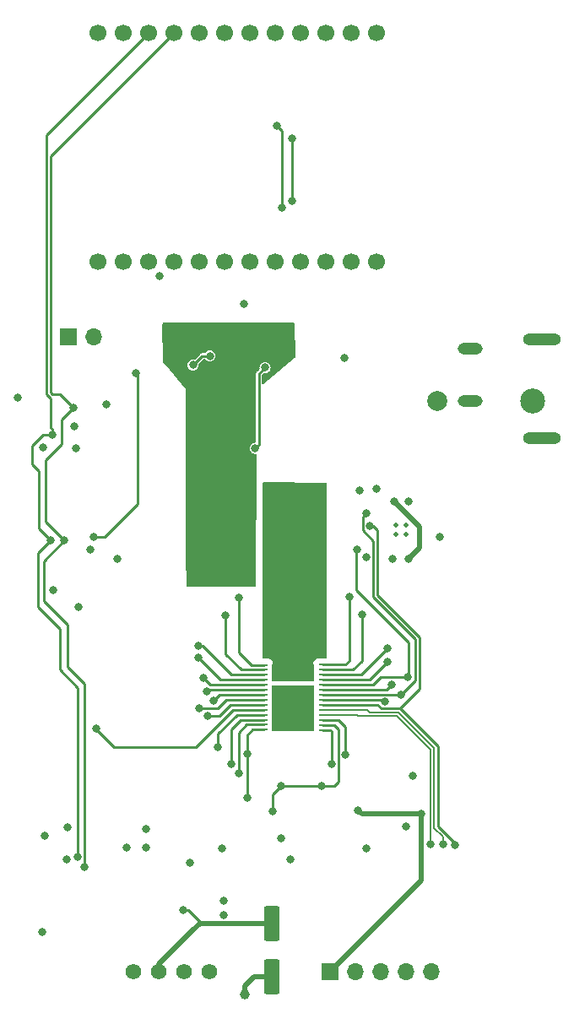
<source format=gbr>
%TF.GenerationSoftware,KiCad,Pcbnew,7.0.1*%
%TF.CreationDate,2023-10-06T09:11:46+02:00*%
%TF.ProjectId,NerdAxe_ultra,4e657264-4178-4655-9f75-6c7472612e6b,rev?*%
%TF.SameCoordinates,Original*%
%TF.FileFunction,Copper,L4,Bot*%
%TF.FilePolarity,Positive*%
%FSLAX46Y46*%
G04 Gerber Fmt 4.6, Leading zero omitted, Abs format (unit mm)*
G04 Created by KiCad (PCBNEW 7.0.1) date 2023-10-06 09:11:46*
%MOMM*%
%LPD*%
G01*
G04 APERTURE LIST*
G04 Aperture macros list*
%AMRoundRect*
0 Rectangle with rounded corners*
0 $1 Rounding radius*
0 $2 $3 $4 $5 $6 $7 $8 $9 X,Y pos of 4 corners*
0 Add a 4 corners polygon primitive as box body*
4,1,4,$2,$3,$4,$5,$6,$7,$8,$9,$2,$3,0*
0 Add four circle primitives for the rounded corners*
1,1,$1+$1,$2,$3*
1,1,$1+$1,$4,$5*
1,1,$1+$1,$6,$7*
1,1,$1+$1,$8,$9*
0 Add four rect primitives between the rounded corners*
20,1,$1+$1,$2,$3,$4,$5,0*
20,1,$1+$1,$4,$5,$6,$7,0*
20,1,$1+$1,$6,$7,$8,$9,0*
20,1,$1+$1,$8,$9,$2,$3,0*%
G04 Aperture macros list end*
%TA.AperFunction,ComponentPad*%
%ADD10C,0.500000*%
%TD*%
%TA.AperFunction,ComponentPad*%
%ADD11C,0.400000*%
%TD*%
%TA.AperFunction,ComponentPad*%
%ADD12C,1.574800*%
%TD*%
%TA.AperFunction,ComponentPad*%
%ADD13R,1.700000X1.700000*%
%TD*%
%TA.AperFunction,ComponentPad*%
%ADD14O,1.700000X1.700000*%
%TD*%
%TA.AperFunction,ComponentPad*%
%ADD15C,1.700000*%
%TD*%
%TA.AperFunction,ComponentPad*%
%ADD16C,2.500000*%
%TD*%
%TA.AperFunction,ComponentPad*%
%ADD17O,3.800000X1.200000*%
%TD*%
%TA.AperFunction,ComponentPad*%
%ADD18O,2.500000X1.200000*%
%TD*%
%TA.AperFunction,ComponentPad*%
%ADD19C,2.000000*%
%TD*%
%TA.AperFunction,SMDPad,CuDef*%
%ADD20R,0.792000X0.221000*%
%TD*%
%TA.AperFunction,SMDPad,CuDef*%
%ADD21R,4.277000X1.810000*%
%TD*%
%TA.AperFunction,SMDPad,CuDef*%
%ADD22R,4.277000X4.530000*%
%TD*%
%TA.AperFunction,SMDPad,CuDef*%
%ADD23RoundRect,0.250000X-0.550000X1.500000X-0.550000X-1.500000X0.550000X-1.500000X0.550000X1.500000X0*%
%TD*%
%TA.AperFunction,ViaPad*%
%ADD24C,0.800000*%
%TD*%
%TA.AperFunction,ViaPad*%
%ADD25C,1.000000*%
%TD*%
%TA.AperFunction,ViaPad*%
%ADD26C,1.200000*%
%TD*%
%TA.AperFunction,Conductor*%
%ADD27C,0.508000*%
%TD*%
%TA.AperFunction,Conductor*%
%ADD28C,0.254000*%
%TD*%
%TA.AperFunction,Conductor*%
%ADD29C,0.200000*%
%TD*%
G04 APERTURE END LIST*
D10*
%TO.P,U2,16,GND*%
%TO.N,GND*%
X116922000Y-98765000D03*
%TO.P,U2,17,GND*%
X116922000Y-99765000D03*
%TO.P,U2,18,GND*%
X115922000Y-99765000D03*
%TO.P,U2,19,GND*%
X115922000Y-98765000D03*
%TD*%
D11*
%TO.P,U9,11,GND*%
%TO.N,GND*%
X98446291Y-78725000D03*
X99396291Y-79300000D03*
X97496291Y-79300000D03*
X98446291Y-79875000D03*
%TD*%
D12*
%TO.P,J4,1,Pin_1*%
%TO.N,GND*%
X89621000Y-143622000D03*
%TO.P,J4,2,Pin_2*%
%TO.N,/5V*%
X92161000Y-143622000D03*
%TO.P,J4,3,Pin_3*%
%TO.N,/Fan/FAN_TACH*%
X94701000Y-143622000D03*
%TO.P,J4,4,Pin_4*%
%TO.N,/Fan/FAN_PWM*%
X97241000Y-143622000D03*
%TD*%
D13*
%TO.P,J7,1,Pin_1*%
%TO.N,/VIN*%
X83099400Y-79900000D03*
D14*
%TO.P,J7,2,Pin_2*%
%TO.N,/5V*%
X85639400Y-79900000D03*
%TD*%
D13*
%TO.P,J3,1,Pin_1*%
%TO.N,/BM1366/1V8*%
X109350000Y-143580000D03*
D14*
%TO.P,J3,2,Pin_2*%
%TO.N,/BM1366/CI*%
X111890000Y-143580000D03*
%TO.P,J3,3,Pin_3*%
%TO.N,/BM1366/RO*%
X114430000Y-143580000D03*
%TO.P,J3,4,Pin_4*%
%TO.N,/BM1366/RST_N*%
X116970000Y-143580000D03*
%TO.P,J3,5,Pin_5*%
%TO.N,GND*%
X119510000Y-143580000D03*
%TD*%
D15*
%TO.P,U3,1,3V*%
%TO.N,/3V3*%
X86060000Y-72360000D03*
%TO.P,U3,2,GPIO1*%
%TO.N,/RST*%
X88600000Y-72360000D03*
%TO.P,U3,3,GPIO2*%
%TO.N,/VDD*%
X91140000Y-72360000D03*
%TO.P,U3,4,GPIO3*%
%TO.N,unconnected-(U3-GPIO3-Pad4)*%
X93680000Y-72360000D03*
%TO.P,U3,5,GPIO10*%
%TO.N,unconnected-(U3-GPIO10-Pad5)*%
X96220000Y-72360000D03*
%TO.P,U3,6,GPIO11*%
%TO.N,/Power/PGOOD*%
X98760000Y-72360000D03*
%TO.P,U3,7,GPIO12*%
%TO.N,unconnected-(U3-GPIO12-Pad7)*%
X101300000Y-72360000D03*
%TO.P,U3,8,GPIO13*%
%TO.N,unconnected-(U3-GPIO13-Pad8)*%
X103840000Y-72360000D03*
%TO.P,U3,9,NC*%
%TO.N,unconnected-(U3-NC-Pad9)*%
X106380000Y-72360000D03*
%TO.P,U3,10,NC*%
%TO.N,unconnected-(U3-NC-Pad10)*%
X108920000Y-72360000D03*
%TO.P,U3,11,GND*%
%TO.N,GND*%
X111460000Y-72360000D03*
%TO.P,U3,12,5V*%
%TO.N,/5V*%
X114000000Y-72360000D03*
%TO.P,U3,13,3V*%
%TO.N,/3V3*%
X114000000Y-49440000D03*
%TO.P,U3,14,GND*%
%TO.N,GND*%
X111460000Y-49440000D03*
%TO.P,U3,15,GND*%
X108920000Y-49440000D03*
%TO.P,U3,16,NC*%
%TO.N,unconnected-(U3-NC-Pad16)*%
X106380000Y-49440000D03*
%TO.P,U3,17,GPIO16*%
%TO.N,unconnected-(U3-GPIO16-Pad17)*%
X103840000Y-49440000D03*
%TO.P,U3,18,GPIO21*%
%TO.N,unconnected-(U3-GPIO21-Pad18)*%
X101300000Y-49440000D03*
%TO.P,U3,19,GPIO17*%
%TO.N,/TX*%
X98760000Y-49440000D03*
%TO.P,U3,20,GPIO18*%
%TO.N,/RX*%
X96220000Y-49440000D03*
%TO.P,U3,21,GPIO44*%
%TO.N,/SDA*%
X93680000Y-49440000D03*
%TO.P,U3,22,GPIO43*%
%TO.N,/SCL*%
X91140000Y-49440000D03*
%TO.P,U3,23,GND*%
%TO.N,GND*%
X88600000Y-49440000D03*
%TO.P,U3,24,GND*%
X86060000Y-49440000D03*
%TD*%
D16*
%TO.P,DC1,*%
%TO.N,*%
X129609000Y-86336000D03*
D17*
%TO.P,DC1,1*%
%TO.N,GND*%
X130569000Y-80206000D03*
D18*
%TO.P,DC1,2*%
X123359000Y-81136000D03*
%TO.P,DC1,3*%
X123359000Y-86336000D03*
D19*
%TO.P,DC1,4*%
%TO.N,/VIN*%
X120109000Y-86336000D03*
D17*
%TO.P,DC1,6*%
%TO.N,GND*%
X130569000Y-90066000D03*
%TD*%
D20*
%TO.P,U14,1,VDD1_0*%
%TO.N,/BM1366/VDD1_0*%
X108528000Y-112805000D03*
%TO.P,U14,2,VDD2_0*%
%TO.N,/BM1366/VDD2_0*%
X108528000Y-113307000D03*
%TO.P,U14,3,VDD3_0*%
%TO.N,/BM1366/VDD3_0*%
X108528000Y-113809000D03*
%TO.P,U14,4,VDD4_0*%
%TO.N,/BM1366/VDD4_0*%
X108528000Y-114311000D03*
%TO.P,U14,5,NRSTI*%
%TO.N,/BM1366/RST_N*%
X108528000Y-114813000D03*
%TO.P,U14,6,BI*%
%TO.N,/BM1366/BI*%
X108528000Y-115315000D03*
%TO.P,U14,7,RO*%
%TO.N,/BM1366/RO*%
X108528000Y-115817000D03*
%TO.P,U14,8,CLKI*%
%TO.N,/BM1366/CLKI*%
X108528000Y-116319000D03*
%TO.P,U14,9,CI*%
%TO.N,/BM1366/CI*%
X108528000Y-116821000D03*
%TO.P,U14,10,TEMP_P*%
%TO.N,/TEMP_P*%
X108528000Y-117323000D03*
%TO.P,U14,11,TEMP_N*%
%TO.N,/TEMP_N*%
X108528000Y-117825000D03*
%TO.P,U14,12,MODEO*%
%TO.N,/BM1366/MODE_OUT*%
X108528000Y-118327000D03*
%TO.P,U14,13,VDDIO_08_0*%
%TO.N,/BM1366/0V8*%
X108528000Y-118829000D03*
%TO.P,U14,14,VDDIO_18_0*%
%TO.N,/BM1366/1V8*%
X108528000Y-119331000D03*
%TO.P,U14,15,VDDIO_18_1*%
X102696000Y-119318000D03*
%TO.P,U14,16,VDDIO_08_1*%
%TO.N,/BM1366/0V8*%
X102696000Y-118818000D03*
%TO.P,U14,17,MODE_1*%
%TO.N,/BM1366/MODE_1*%
X102696000Y-118318000D03*
%TO.P,U14,18,MODE_0*%
%TO.N,/BM1366/MODE_0*%
X102696000Y-117818000D03*
%TO.P,U14,19,NC*%
%TO.N,/BM1366/NC*%
X102696000Y-117318000D03*
%TO.P,U14,20,CO*%
%TO.N,/BM1366/CO*%
X102696000Y-116821000D03*
%TO.P,U14,21,CLKO*%
%TO.N,/BM1366/CLKO*%
X102696000Y-116318000D03*
%TO.P,U14,22,RI*%
%TO.N,/BM1366/RI*%
X102696000Y-115817000D03*
%TO.P,U14,23,BO*%
%TO.N,/BM1366/BO*%
X102696000Y-115315000D03*
%TO.P,U14,24,NRSTO*%
%TO.N,/BM1366/NRSTO*%
X102696000Y-114813000D03*
%TO.P,U14,25,VDD4_0*%
%TO.N,/BM1366/VDD4_1*%
X102696000Y-114311000D03*
%TO.P,U14,26,VDD3_1*%
%TO.N,/BM1366/VDD3_1*%
X102696000Y-113818000D03*
%TO.P,U14,27,VDD2_1*%
%TO.N,/BM1366/VDD2_1*%
X102696000Y-113307000D03*
%TO.P,U14,28,VDD1_1*%
%TO.N,/BM1366/VDD1_1*%
X102696000Y-112818000D03*
D21*
%TO.P,U14,29,VDD*%
%TO.N,/VDD*%
X105612000Y-113600000D03*
D22*
%TO.P,U14,30,GND*%
%TO.N,GND*%
X105612000Y-117176000D03*
%TD*%
D23*
%TO.P,C28,1*%
%TO.N,/5V*%
X103490000Y-138720000D03*
%TO.P,C28,2*%
%TO.N,GND*%
X103490000Y-144120000D03*
%TD*%
D24*
%TO.N,GND*%
X80410000Y-139600000D03*
X77987800Y-85990000D03*
X116910000Y-128990000D03*
X97419400Y-101778600D03*
X112980000Y-131260000D03*
X101377600Y-83045800D03*
X97419400Y-96157200D03*
X100679400Y-95548600D03*
X106396000Y-118533000D03*
X97419400Y-93108600D03*
X98959400Y-93108600D03*
X104082000Y-115436000D03*
X98682000Y-136516000D03*
X86842800Y-86675000D03*
X98959400Y-101778600D03*
X106408000Y-116351000D03*
X95645200Y-79309200D03*
D25*
X100765000Y-145890000D03*
D24*
X97419400Y-94588600D03*
X92200000Y-73800000D03*
X105673000Y-117442000D03*
X80559400Y-91040000D03*
X97419400Y-97928600D03*
X81520055Y-105309945D03*
X98959400Y-99798600D03*
X117602000Y-123903000D03*
X104855000Y-118563000D03*
X104132000Y-117472000D03*
X98959400Y-94588600D03*
X97419400Y-99798600D03*
X112922500Y-102037000D03*
X107144000Y-117442000D03*
X90897000Y-129309000D03*
X112318000Y-95325000D03*
X105623000Y-115406000D03*
X98959400Y-97928600D03*
X104867000Y-116381000D03*
X105330000Y-132320000D03*
X104430000Y-130240000D03*
X98959400Y-96157200D03*
X115573700Y-102188000D03*
X120310000Y-100000000D03*
X83001194Y-129118806D03*
X88000000Y-102200000D03*
X84070000Y-107050000D03*
X95260000Y-132630000D03*
X107094000Y-115406000D03*
X100679400Y-93800000D03*
%TO.N,/BM1366/1V8*%
X101015000Y-126170000D03*
X115737362Y-96385646D03*
X118490000Y-127770000D03*
X117172000Y-102173000D03*
X112130000Y-127390000D03*
X109458000Y-122723000D03*
X101015000Y-121775000D03*
%TO.N,/BM1366/VDD4_0*%
X115099642Y-112550642D03*
%TO.N,/VDD*%
X103000000Y-104240000D03*
X105152000Y-113890000D03*
D26*
X107969400Y-98818600D03*
X108009400Y-100948600D03*
D24*
X104126000Y-113110000D03*
X108330000Y-104270000D03*
X107204000Y-113920000D03*
D26*
X108009400Y-102918600D03*
D24*
X106178000Y-113110000D03*
D26*
X105979400Y-98818600D03*
X105979400Y-96778600D03*
X107949400Y-96798600D03*
X106029400Y-102948600D03*
X105999400Y-100928600D03*
D24*
%TO.N,/5V*%
X88883000Y-131168000D03*
X100714600Y-76647800D03*
X94580000Y-137390000D03*
X90881000Y-131182000D03*
X98450000Y-131200000D03*
%TO.N,/3V3*%
X114010000Y-95176000D03*
X83800000Y-91100000D03*
X98662000Y-137914100D03*
X110750000Y-82000000D03*
X117172000Y-96434000D03*
X80676100Y-129980000D03*
X82880000Y-132350000D03*
X85260000Y-101250000D03*
X83700000Y-88900000D03*
%TO.N,/TX*%
X105500000Y-60000000D03*
X105500000Y-66250000D03*
%TO.N,/RX*%
X104500000Y-67000000D03*
X104000000Y-58750000D03*
%TO.N,/BM1366/VDD3_0*%
X115070000Y-111160000D03*
%TO.N,/BM1366/VDD2_0*%
X112530000Y-107800000D03*
%TO.N,/BM1366/MODE_OUT*%
X110862000Y-121832000D03*
%TO.N,/TEMP_N*%
X119411500Y-130842500D03*
%TO.N,/TEMP_P*%
X120680000Y-130802000D03*
%TO.N,/SCL*%
X81280000Y-100290000D03*
X84010000Y-132070000D03*
X81500000Y-89700000D03*
%TO.N,/Power/OUT0*%
X85600000Y-100000000D03*
X89829400Y-83588600D03*
%TO.N,/BM1366/0V8*%
X108468000Y-124939000D03*
X100155000Y-123661000D03*
X104431000Y-124939000D03*
X103530000Y-127490000D03*
%TO.N,/BM1366/VDD1_0*%
X111250000Y-106010000D03*
%TO.N,/BM1366/VDD1_1*%
X100180000Y-106040000D03*
%TO.N,/BM1366/VDD2_1*%
X98850000Y-107880000D03*
%TO.N,/BM1366/MODE_0*%
X98090000Y-121060000D03*
%TO.N,/BM1366/VDD3_1*%
X96130000Y-110920000D03*
%TO.N,/BM1366/VDD4_1*%
X96109000Y-112124000D03*
%TO.N,/BM1366/CI*%
X121860400Y-130850000D03*
X113272599Y-98869299D03*
%TO.N,/BM1366/RO*%
X112962000Y-97645000D03*
X116428000Y-115817000D03*
%TO.N,/BM1366/RST_N*%
X117148868Y-114071132D03*
X112000000Y-101250000D03*
%TO.N,Net-(Q1-G)*%
X97277600Y-81845800D03*
X95577600Y-82745800D03*
%TO.N,Net-(Q2-G)*%
X101810000Y-91090000D03*
X102800000Y-83000000D03*
%TO.N,/BM1366/RI*%
X97600000Y-116430000D03*
%TO.N,/BM1366/CLKI*%
X114844000Y-116495900D03*
%TO.N,/BM1366/NRSTO*%
X96610000Y-114090000D03*
%TO.N,/BM1366/BO*%
X96950000Y-115460000D03*
%TO.N,/BM1366/CLKO*%
X96220000Y-117200000D03*
%TO.N,/BM1366/CO*%
X97010000Y-117920000D03*
%TO.N,/BM1366/MODE_1*%
X99393000Y-122727000D03*
%TO.N,/SDA*%
X84702648Y-133065000D03*
X83551542Y-87051542D03*
X82660000Y-100350000D03*
%TO.N,/BM1366/BI*%
X115540000Y-114780000D03*
%TO.N,/BM1366/NC*%
X85860000Y-119200000D03*
%TD*%
D27*
%TO.N,GND*%
X100765000Y-145045000D02*
X100765000Y-145890000D01*
X101690000Y-144120000D02*
X100765000Y-145045000D01*
X103490000Y-144120000D02*
X101690000Y-144120000D01*
%TO.N,/BM1366/1V8*%
X118302000Y-98950284D02*
X118302000Y-101043000D01*
X112130000Y-127390000D02*
X112510000Y-127770000D01*
D28*
X109450000Y-122715000D02*
X109450000Y-119488000D01*
X109450000Y-119488000D02*
X109293000Y-119331000D01*
X101015000Y-121775000D02*
X101015000Y-119871000D01*
X101015000Y-126170000D02*
X101015000Y-121775000D01*
D27*
X112510000Y-127770000D02*
X118490000Y-127770000D01*
X118302000Y-101043000D02*
X117172000Y-102173000D01*
X118490000Y-134440000D02*
X109350000Y-143580000D01*
X118490000Y-127770000D02*
X118490000Y-134440000D01*
X115737362Y-96385646D02*
X118302000Y-98950284D01*
D28*
X101015000Y-119871000D02*
X101568000Y-119318000D01*
X101568000Y-119318000D02*
X102696000Y-119318000D01*
X109293000Y-119331000D02*
X108528000Y-119331000D01*
X109458000Y-122723000D02*
X109450000Y-122715000D01*
%TO.N,/BM1366/VDD4_0*%
X108528000Y-114311000D02*
X113339284Y-114311000D01*
X113339284Y-114311000D02*
X115099642Y-112550642D01*
D27*
%TO.N,/5V*%
X92161000Y-142859000D02*
X92161000Y-143622000D01*
D28*
X95092000Y-137390000D02*
X96290000Y-138588000D01*
D27*
X95560000Y-139450000D02*
X95560000Y-139460000D01*
X96290000Y-138720000D02*
X95560000Y-139450000D01*
D28*
X94580000Y-137390000D02*
X95092000Y-137390000D01*
D27*
X103490000Y-138720000D02*
X96290000Y-138720000D01*
D28*
X96290000Y-138588000D02*
X96290000Y-138720000D01*
D27*
X95560000Y-139460000D02*
X92161000Y-142859000D01*
D28*
%TO.N,/TX*%
X105500000Y-60000000D02*
X105500000Y-66250000D01*
%TO.N,/RX*%
X104500000Y-67000000D02*
X104500000Y-59250000D01*
X104500000Y-59250000D02*
X104000000Y-58750000D01*
%TO.N,/BM1366/VDD3_0*%
X108528000Y-113809000D02*
X112421000Y-113809000D01*
X112421000Y-113809000D02*
X115070000Y-111160000D01*
%TO.N,/BM1366/VDD2_0*%
X108528000Y-113307000D02*
X111629000Y-113307000D01*
X111629000Y-113307000D02*
X112530000Y-112406000D01*
X112530000Y-112406000D02*
X112530000Y-107800000D01*
%TO.N,/BM1366/MODE_OUT*%
X110156000Y-118327000D02*
X108528000Y-118327000D01*
X110862000Y-119033000D02*
X110156000Y-118327000D01*
X110862000Y-121832000D02*
X110862000Y-119033000D01*
D29*
%TO.N,/TEMP_N*%
X112152099Y-117907100D02*
X112070000Y-117825000D01*
X119420000Y-130834000D02*
X119420000Y-121295368D01*
X119411500Y-130842500D02*
X119420000Y-130834000D01*
X112070000Y-117825000D02*
X108528000Y-117825000D01*
X119420000Y-121295368D02*
X116031732Y-117907100D01*
X116031732Y-117907100D02*
X112152099Y-117907100D01*
%TO.N,/TEMP_P*%
X116177700Y-117554700D02*
X113284700Y-117554700D01*
X120680000Y-130071368D02*
X119772400Y-129163768D01*
X113053000Y-117323000D02*
X108528000Y-117323000D01*
X120680000Y-130802000D02*
X120680000Y-130071368D01*
X119772400Y-129163768D02*
X119772400Y-121149399D01*
X113284700Y-117554700D02*
X113053000Y-117323000D01*
X119772400Y-121149399D02*
X116177700Y-117554700D01*
D28*
%TO.N,/SCL*%
X81300000Y-89000000D02*
X81500000Y-89200000D01*
X80893600Y-85668336D02*
X81300000Y-86074736D01*
X81300000Y-86074736D02*
X81300000Y-89000000D01*
X80100000Y-99110000D02*
X80100000Y-93400000D01*
X79400000Y-90800000D02*
X80500000Y-89700000D01*
X80000000Y-107000000D02*
X82200000Y-109200000D01*
X80893600Y-59686400D02*
X80893600Y-85668336D01*
X84010000Y-115110000D02*
X84010000Y-132070000D01*
X81500000Y-89200000D02*
X81500000Y-89700000D01*
X80000000Y-101570000D02*
X80000000Y-107000000D01*
X79400000Y-92700000D02*
X79400000Y-90800000D01*
X80500000Y-89700000D02*
X81500000Y-89700000D01*
X80100000Y-93400000D02*
X79400000Y-92700000D01*
X81280000Y-100290000D02*
X80000000Y-101570000D01*
X82200000Y-113300000D02*
X84010000Y-115110000D01*
X81280000Y-100290000D02*
X80100000Y-99110000D01*
X91140000Y-49440000D02*
X80893600Y-59686400D01*
X82200000Y-109200000D02*
X82200000Y-113300000D01*
%TO.N,/Power/OUT0*%
X90000000Y-96700000D02*
X90000000Y-83759200D01*
X86700000Y-100000000D02*
X90000000Y-96700000D01*
X90000000Y-83759200D02*
X89829400Y-83588600D01*
X85600000Y-100000000D02*
X86700000Y-100000000D01*
%TO.N,/BM1366/0V8*%
X100971000Y-118818000D02*
X100155000Y-119634000D01*
X108528000Y-118829000D02*
X109711000Y-118829000D01*
X102696000Y-118818000D02*
X100971000Y-118818000D01*
X108468000Y-124939000D02*
X104431000Y-124939000D01*
X110137400Y-119255400D02*
X110137400Y-124516600D01*
X103530000Y-125800000D02*
X103530000Y-127490000D01*
X109715000Y-124939000D02*
X108468000Y-124939000D01*
X110137400Y-124516600D02*
X109715000Y-124939000D01*
X100155000Y-119634000D02*
X100155000Y-123661000D01*
X104391000Y-124939000D02*
X103530000Y-125800000D01*
X104431000Y-124939000D02*
X104391000Y-124939000D01*
X109711000Y-118829000D02*
X110137400Y-119255400D01*
%TO.N,/BM1366/VDD1_0*%
X111250000Y-112430000D02*
X110873000Y-112807000D01*
X110871000Y-112805000D02*
X108528000Y-112805000D01*
X111250000Y-106010000D02*
X111250000Y-112430000D01*
X110873000Y-112807000D02*
X110871000Y-112805000D01*
%TO.N,/BM1366/VDD1_1*%
X100180000Y-111568000D02*
X100180000Y-106040000D01*
X101430000Y-112818000D02*
X100180000Y-111568000D01*
X102696000Y-112818000D02*
X101430000Y-112818000D01*
%TO.N,/BM1366/VDD2_1*%
X98850000Y-111760000D02*
X98850000Y-107880000D01*
X100397000Y-113307000D02*
X98850000Y-111760000D01*
X102696000Y-113307000D02*
X100397000Y-113307000D01*
%TO.N,/BM1366/MODE_0*%
X102696000Y-117818000D02*
X99972000Y-117818000D01*
X99972000Y-117818000D02*
X98090000Y-119700000D01*
X98090000Y-119700000D02*
X98090000Y-121060000D01*
%TO.N,/BM1366/VDD3_1*%
X102696000Y-113818000D02*
X99454000Y-113818000D01*
X99454000Y-113818000D02*
X96556000Y-110920000D01*
X96556000Y-110920000D02*
X96130000Y-110920000D01*
%TO.N,/BM1366/VDD4_1*%
X98296000Y-114311000D02*
X96109000Y-112124000D01*
X102696000Y-114311000D02*
X98296000Y-114311000D01*
%TO.N,/BM1366/CI*%
X114445300Y-117175300D02*
X114091000Y-116821000D01*
X120151800Y-129006616D02*
X120151800Y-120992247D01*
X114082000Y-99340264D02*
X114082000Y-105867264D01*
X113611035Y-98869299D02*
X114082000Y-99340264D01*
X121860400Y-130850000D02*
X121860400Y-130715216D01*
X116334852Y-117175300D02*
X114445300Y-117175300D01*
X114082000Y-105867264D02*
X118310000Y-110095264D01*
X114091000Y-116821000D02*
X108528000Y-116821000D01*
X121860400Y-130715216D02*
X120151800Y-129006616D01*
X118310000Y-110095264D02*
X118310000Y-115200152D01*
X113272599Y-98869299D02*
X113611035Y-98869299D01*
X118310000Y-115200152D02*
X116334852Y-117175300D01*
X120151800Y-120992247D02*
X116334852Y-117175300D01*
%TO.N,/BM1366/RO*%
X117903600Y-114341400D02*
X117903600Y-110263600D01*
X116428000Y-115817000D02*
X117903600Y-114341400D01*
X112593199Y-99345199D02*
X112593199Y-98013801D01*
X113675600Y-100427600D02*
X112593199Y-99345199D01*
X108528000Y-115817000D02*
X116428000Y-115817000D01*
X113675600Y-106035600D02*
X113675600Y-100427600D01*
X112593199Y-98013801D02*
X112962000Y-97645000D01*
X117903600Y-110263600D02*
X113675600Y-106035600D01*
%TO.N,/BM1366/RST_N*%
X113627000Y-114813000D02*
X108528000Y-114813000D01*
X117160000Y-110546000D02*
X117160000Y-114060000D01*
X114368868Y-114071132D02*
X113627000Y-114813000D01*
X112000000Y-101250000D02*
X111948000Y-101302000D01*
X117160000Y-114060000D02*
X117148868Y-114071132D01*
X117148868Y-114071132D02*
X114368868Y-114071132D01*
X111948000Y-101302000D02*
X111948000Y-105334000D01*
X111948000Y-105334000D02*
X117160000Y-110546000D01*
%TO.N,Net-(Q1-G)*%
X97277600Y-81845800D02*
X96477600Y-81845800D01*
X96477600Y-81845800D02*
X95577600Y-82745800D01*
%TO.N,Net-(Q2-G)*%
X102179400Y-90720600D02*
X101810000Y-91090000D01*
X102179400Y-83620600D02*
X102179400Y-90720600D01*
X102800000Y-83000000D02*
X102179400Y-83620600D01*
%TO.N,/BM1366/RI*%
X102696000Y-115817000D02*
X98213000Y-115817000D01*
X98213000Y-115817000D02*
X97600000Y-116430000D01*
%TO.N,/BM1366/CLKI*%
X114667100Y-116319000D02*
X108528000Y-116319000D01*
X114844000Y-116495900D02*
X114667100Y-116319000D01*
%TO.N,/BM1366/NRSTO*%
X102663600Y-114780600D02*
X97300600Y-114780600D01*
X97300600Y-114780600D02*
X96610000Y-114090000D01*
X102696000Y-114813000D02*
X102663600Y-114780600D01*
%TO.N,/BM1366/BO*%
X97095000Y-115315000D02*
X96950000Y-115460000D01*
X102696000Y-115315000D02*
X97095000Y-115315000D01*
%TO.N,/BM1366/CLKO*%
X98060000Y-117200000D02*
X98942000Y-116318000D01*
X96220000Y-117200000D02*
X98060000Y-117200000D01*
X98942000Y-116318000D02*
X102696000Y-116318000D01*
%TO.N,/BM1366/CO*%
X97010000Y-117920000D02*
X98190000Y-117920000D01*
X99289000Y-116821000D02*
X102696000Y-116821000D01*
X98190000Y-117920000D02*
X99289000Y-116821000D01*
%TO.N,/BM1366/MODE_1*%
X99393000Y-122727000D02*
X99393000Y-119252000D01*
X100327000Y-118318000D02*
X102696000Y-118318000D01*
X99393000Y-119252000D02*
X100327000Y-118318000D01*
%TO.N,/SDA*%
X82400000Y-90700000D02*
X80800000Y-92300000D01*
X84702648Y-133065000D02*
X84702648Y-114702648D01*
X83551542Y-87051542D02*
X82200000Y-85700000D01*
X83551542Y-87051542D02*
X82400000Y-88203084D01*
X81500000Y-85700000D02*
X81300000Y-85500000D01*
X84702648Y-114702648D02*
X83000000Y-113000000D01*
X82200000Y-85700000D02*
X81500000Y-85700000D01*
X80600000Y-102410000D02*
X82660000Y-100350000D01*
X80800000Y-92300000D02*
X80800000Y-98490000D01*
X81300000Y-85500000D02*
X81300000Y-61820000D01*
X80800000Y-98490000D02*
X82660000Y-100350000D01*
X82660000Y-100350000D02*
X82660000Y-100300000D01*
X83000000Y-113000000D02*
X83000000Y-108800000D01*
X82400000Y-88203084D02*
X82400000Y-90700000D01*
X81300000Y-61820000D02*
X93680000Y-49440000D01*
X80600000Y-106400000D02*
X80600000Y-102410000D01*
X83000000Y-108800000D02*
X80600000Y-106400000D01*
%TO.N,/BM1366/BI*%
X108528000Y-115315000D02*
X115005000Y-115315000D01*
X115005000Y-115315000D02*
X115540000Y-114780000D01*
%TO.N,/BM1366/NC*%
X87610000Y-121037000D02*
X95883000Y-121037000D01*
X85860000Y-119200000D02*
X85860000Y-119287000D01*
X95883000Y-121037000D02*
X99602000Y-117318000D01*
X99602000Y-117318000D02*
X102696000Y-117318000D01*
X85860000Y-119287000D02*
X87610000Y-121037000D01*
%TD*%
%TA.AperFunction,Conductor*%
%TO.N,GND*%
G36*
X105713545Y-78485862D02*
G01*
X105759644Y-78531144D01*
X105777235Y-78593321D01*
X105832582Y-81968576D01*
X105820953Y-82023549D01*
X105786583Y-82068000D01*
X102665284Y-84632269D01*
X102600772Y-84659957D01*
X102531457Y-84648827D01*
X102478857Y-84602334D01*
X102459300Y-84534911D01*
X102459300Y-83788729D01*
X102468891Y-83740511D01*
X102496204Y-83699634D01*
X102511685Y-83684151D01*
X102613058Y-83582778D01*
X102661649Y-83552563D01*
X102718596Y-83546954D01*
X102800000Y-83557671D01*
X102944336Y-83538669D01*
X103078836Y-83482957D01*
X103194333Y-83394333D01*
X103282957Y-83278836D01*
X103338669Y-83144336D01*
X103357671Y-83000000D01*
X103338669Y-82855664D01*
X103282957Y-82721165D01*
X103282956Y-82721164D01*
X103282956Y-82721163D01*
X103194332Y-82605666D01*
X103078837Y-82517043D01*
X102944335Y-82461330D01*
X102800000Y-82442329D01*
X102655664Y-82461330D01*
X102521163Y-82517043D01*
X102405666Y-82605666D01*
X102317043Y-82721163D01*
X102261330Y-82855664D01*
X102242328Y-83000000D01*
X102253045Y-83081402D01*
X102247436Y-83138349D01*
X102217218Y-83186942D01*
X102028296Y-83375864D01*
X102015095Y-83385364D01*
X101978862Y-83425108D01*
X101974850Y-83429310D01*
X101962190Y-83441970D01*
X101953576Y-83452846D01*
X101937301Y-83470698D01*
X101935410Y-83475581D01*
X101921873Y-83501262D01*
X101918915Y-83505580D01*
X101913385Y-83529091D01*
X101908225Y-83545754D01*
X101899500Y-83568278D01*
X101899500Y-83573511D01*
X101896153Y-83602360D01*
X101894955Y-83607449D01*
X101898292Y-83631365D01*
X101899500Y-83648772D01*
X101899500Y-90410047D01*
X101885263Y-90468227D01*
X101845770Y-90513260D01*
X101789946Y-90534969D01*
X101665664Y-90551330D01*
X101531163Y-90607043D01*
X101415666Y-90695666D01*
X101327043Y-90811163D01*
X101271330Y-90945664D01*
X101252329Y-91090000D01*
X101271330Y-91234335D01*
X101327043Y-91368837D01*
X101415666Y-91484333D01*
X101531162Y-91572956D01*
X101531163Y-91572956D01*
X101531164Y-91572957D01*
X101665664Y-91628669D01*
X101810000Y-91647671D01*
X101810000Y-91647670D01*
X101826446Y-91649836D01*
X101826314Y-91650832D01*
X101877600Y-91658756D01*
X101930648Y-91705453D01*
X101950210Y-91773365D01*
X101900477Y-104858079D01*
X101883437Y-104920876D01*
X101837340Y-104966799D01*
X101774478Y-104983600D01*
X95011073Y-104983600D01*
X94948110Y-104966740D01*
X94901996Y-104920673D01*
X94885073Y-104857727D01*
X94882032Y-101849012D01*
X94865200Y-85189200D01*
X92792278Y-82745799D01*
X95019929Y-82745799D01*
X95038930Y-82890135D01*
X95094643Y-83024637D01*
X95183266Y-83140133D01*
X95298762Y-83228756D01*
X95298763Y-83228756D01*
X95298764Y-83228757D01*
X95433264Y-83284469D01*
X95577600Y-83303471D01*
X95721936Y-83284469D01*
X95856436Y-83228757D01*
X95971933Y-83140133D01*
X96060557Y-83024636D01*
X96116269Y-82890136D01*
X96135271Y-82745800D01*
X96124554Y-82664396D01*
X96130163Y-82607451D01*
X96160379Y-82558858D01*
X96556634Y-82162604D01*
X96597512Y-82135291D01*
X96645730Y-82125700D01*
X96733323Y-82125700D01*
X96789051Y-82138694D01*
X96833285Y-82174996D01*
X96883266Y-82240133D01*
X96998762Y-82328756D01*
X96998763Y-82328756D01*
X96998764Y-82328757D01*
X97133264Y-82384469D01*
X97277600Y-82403471D01*
X97421936Y-82384469D01*
X97556436Y-82328757D01*
X97671933Y-82240133D01*
X97760557Y-82124636D01*
X97816269Y-81990136D01*
X97835271Y-81845800D01*
X97816269Y-81701464D01*
X97760557Y-81566965D01*
X97760556Y-81566964D01*
X97760556Y-81566963D01*
X97671932Y-81451466D01*
X97556437Y-81362843D01*
X97421935Y-81307130D01*
X97277600Y-81288129D01*
X97133264Y-81307130D01*
X96998763Y-81362843D01*
X96883266Y-81451467D01*
X96833285Y-81516604D01*
X96789051Y-81552906D01*
X96733323Y-81565900D01*
X96543810Y-81565900D01*
X96527768Y-81563282D01*
X96474040Y-81565766D01*
X96468223Y-81565900D01*
X96450319Y-81565900D01*
X96436537Y-81567498D01*
X96412408Y-81568614D01*
X96407615Y-81570730D01*
X96379890Y-81579316D01*
X96374739Y-81580279D01*
X96354205Y-81592993D01*
X96338773Y-81601127D01*
X96316676Y-81610884D01*
X96312969Y-81614591D01*
X96290218Y-81632612D01*
X96285766Y-81635368D01*
X96271210Y-81654643D01*
X96259758Y-81667802D01*
X95764542Y-82163018D01*
X95715949Y-82193236D01*
X95659002Y-82198845D01*
X95577600Y-82188128D01*
X95433264Y-82207130D01*
X95298763Y-82262843D01*
X95183266Y-82351466D01*
X95094643Y-82466963D01*
X95038930Y-82601464D01*
X95019929Y-82745799D01*
X92792278Y-82745799D01*
X92544999Y-82454325D01*
X92522853Y-82416381D01*
X92515082Y-82373140D01*
X92505520Y-78615326D01*
X92522263Y-78552249D01*
X92568318Y-78506007D01*
X92631326Y-78489009D01*
X105651062Y-78469387D01*
X105713545Y-78485862D01*
G37*
%TD.AperFunction*%
%TD*%
%TA.AperFunction,Conductor*%
%TO.N,/VDD*%
G36*
X108895353Y-94556677D02*
G01*
X108957524Y-94574200D01*
X109002843Y-94620227D01*
X109019400Y-94682662D01*
X109019400Y-112043500D01*
X109002519Y-112106500D01*
X108956400Y-112152619D01*
X108893400Y-112169500D01*
X108488014Y-112169500D01*
X108365272Y-112185006D01*
X108349480Y-112186000D01*
X108083362Y-112186000D01*
X108022799Y-112192511D01*
X107885794Y-112243611D01*
X107768738Y-112331238D01*
X107681111Y-112448294D01*
X107676262Y-112461296D01*
X107630011Y-112585299D01*
X107623500Y-112645862D01*
X107623500Y-112964138D01*
X107624897Y-112977137D01*
X107631703Y-113040436D01*
X107630425Y-113040573D01*
X107633206Y-113055979D01*
X107630422Y-113071426D01*
X107631703Y-113071564D01*
X107623500Y-113147862D01*
X107623500Y-113466139D01*
X107631703Y-113542437D01*
X107630425Y-113542574D01*
X107633206Y-113557980D01*
X107630422Y-113573427D01*
X107631703Y-113573565D01*
X107630011Y-113589297D01*
X107630011Y-113589299D01*
X107626704Y-113620059D01*
X107623500Y-113649862D01*
X107623500Y-113968139D01*
X107631703Y-114044437D01*
X107630425Y-114044574D01*
X107633206Y-114059980D01*
X107630422Y-114075427D01*
X107631703Y-114075565D01*
X107623500Y-114151862D01*
X107623500Y-114276500D01*
X107606619Y-114339500D01*
X107560500Y-114385619D01*
X107497500Y-114402500D01*
X103726500Y-114402500D01*
X103663500Y-114385619D01*
X103617381Y-114339500D01*
X103600500Y-114276500D01*
X103600500Y-114151863D01*
X103596328Y-114113059D01*
X103593989Y-114091299D01*
X103593987Y-114091295D01*
X103592555Y-114077970D01*
X103592555Y-114051030D01*
X103593987Y-114037704D01*
X103593989Y-114037701D01*
X103600500Y-113977138D01*
X103600500Y-113658862D01*
X103593989Y-113598299D01*
X103593988Y-113598297D01*
X103592297Y-113582564D01*
X103592727Y-113582517D01*
X103589115Y-113562494D01*
X103592727Y-113542484D01*
X103592297Y-113542438D01*
X103600500Y-113466139D01*
X103600500Y-113147863D01*
X103596328Y-113109059D01*
X103593989Y-113087299D01*
X103593987Y-113087295D01*
X103592770Y-113075969D01*
X103592770Y-113049029D01*
X103593987Y-113037704D01*
X103593989Y-113037701D01*
X103600500Y-112977138D01*
X103600500Y-112658862D01*
X103593989Y-112598299D01*
X103542889Y-112461296D01*
X103542888Y-112461294D01*
X103455261Y-112344238D01*
X103338205Y-112256611D01*
X103269702Y-112231061D01*
X103201201Y-112205511D01*
X103140638Y-112199000D01*
X102856461Y-112199000D01*
X102825126Y-112195041D01*
X102789914Y-112186000D01*
X102776283Y-112182500D01*
X102776282Y-112182500D01*
X102695400Y-112182500D01*
X102632400Y-112165619D01*
X102586281Y-112119500D01*
X102569400Y-112056500D01*
X102569400Y-94586569D01*
X102586608Y-94523006D01*
X102633531Y-94476805D01*
X102697353Y-94460584D01*
X108895353Y-94556677D01*
G37*
%TD.AperFunction*%
%TD*%
M02*

</source>
